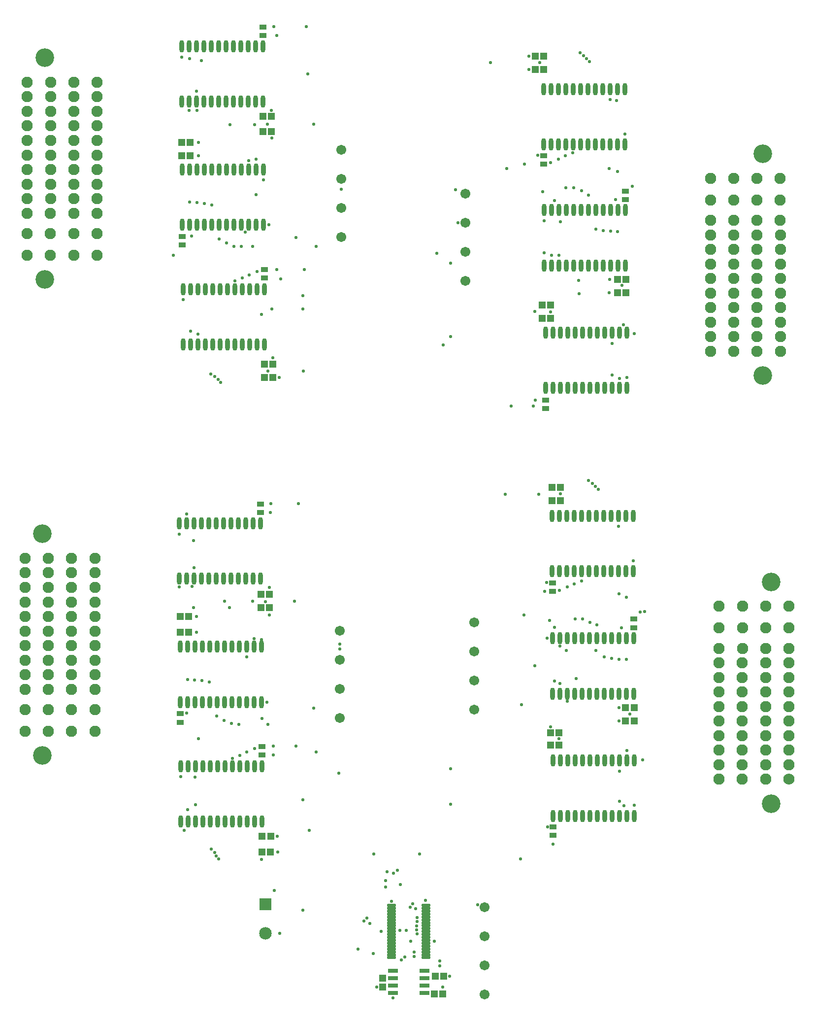
<source format=gts>
G04 Layer_Color=8388736*
%FSLAX25Y25*%
%MOIN*%
G70*
G01*
G75*
%ADD37R,0.04540X0.03556*%
%ADD38R,0.04540X0.04934*%
%ADD39O,0.06312X0.01981*%
%ADD40R,0.04737X0.05131*%
%ADD41R,0.06509X0.03162*%
%ADD42O,0.03162X0.08280*%
%ADD43R,0.05131X0.04737*%
%ADD44C,0.06706*%
%ADD45C,0.08477*%
%ADD46R,0.08477X0.08477*%
%ADD47C,0.07690*%
%ADD48C,0.12611*%
%ADD49O,0.07690X0.07300*%
%ADD50C,0.02300*%
D37*
X414000Y1063599D02*
D03*
Y1069307D02*
D03*
X412500Y740646D02*
D03*
Y746354D02*
D03*
X719500Y810354D02*
D03*
Y804646D02*
D03*
X714000Y1099901D02*
D03*
Y1094193D02*
D03*
X469500Y1046807D02*
D03*
Y1041098D02*
D03*
X468000Y724307D02*
D03*
Y718599D02*
D03*
X664500Y829193D02*
D03*
Y834902D02*
D03*
X658500Y1118193D02*
D03*
Y1123901D02*
D03*
X468500Y1210902D02*
D03*
Y1205193D02*
D03*
X467000Y888307D02*
D03*
Y882598D02*
D03*
X665000Y664146D02*
D03*
Y669854D02*
D03*
X660000Y952693D02*
D03*
Y958401D02*
D03*
D38*
X657634Y1022689D02*
D03*
X663342D02*
D03*
X663146Y733500D02*
D03*
X668854D02*
D03*
X413634Y1132689D02*
D03*
X419342D02*
D03*
X412646Y812000D02*
D03*
X418354D02*
D03*
X719733Y741622D02*
D03*
X714024D02*
D03*
X714366Y1031311D02*
D03*
X708657D02*
D03*
X469488Y982689D02*
D03*
X475197D02*
D03*
X468000Y663500D02*
D03*
X473709D02*
D03*
X664122Y899378D02*
D03*
X669830D02*
D03*
X658512Y1182311D02*
D03*
X652803D02*
D03*
X468646Y1150500D02*
D03*
X474354D02*
D03*
X467146Y827000D02*
D03*
X472854D02*
D03*
D39*
X555500Y616780D02*
D03*
Y614811D02*
D03*
Y612843D02*
D03*
Y610874D02*
D03*
Y608906D02*
D03*
Y606937D02*
D03*
Y604969D02*
D03*
Y603000D02*
D03*
Y601032D02*
D03*
Y599063D02*
D03*
Y597095D02*
D03*
Y595126D02*
D03*
Y593158D02*
D03*
Y591189D02*
D03*
Y589221D02*
D03*
Y587252D02*
D03*
Y585284D02*
D03*
Y583315D02*
D03*
Y581346D02*
D03*
X578728Y616780D02*
D03*
Y614811D02*
D03*
Y612843D02*
D03*
Y610874D02*
D03*
Y608906D02*
D03*
Y606937D02*
D03*
Y604969D02*
D03*
Y603000D02*
D03*
Y601032D02*
D03*
Y599063D02*
D03*
Y597095D02*
D03*
Y595126D02*
D03*
Y593158D02*
D03*
Y591189D02*
D03*
Y589221D02*
D03*
Y587252D02*
D03*
Y585284D02*
D03*
Y583315D02*
D03*
Y581346D02*
D03*
D40*
X590854Y568700D02*
D03*
X585146D02*
D03*
X419342Y1123689D02*
D03*
X413634D02*
D03*
X418354Y801500D02*
D03*
X412646D02*
D03*
X714024Y750622D02*
D03*
X719733D02*
D03*
X708657Y1040311D02*
D03*
X714366D02*
D03*
X475197Y973689D02*
D03*
X469488D02*
D03*
X473685Y652878D02*
D03*
X467976D02*
D03*
X669830Y890378D02*
D03*
X664122D02*
D03*
X652803Y1191311D02*
D03*
X658512D02*
D03*
X474354Y1140000D02*
D03*
X468646D02*
D03*
X472854Y818000D02*
D03*
X467146D02*
D03*
X668854Y725000D02*
D03*
X663146D02*
D03*
X663342Y1013689D02*
D03*
X657634D02*
D03*
X590354Y556800D02*
D03*
X584646D02*
D03*
D41*
X578028Y557400D02*
D03*
Y562400D02*
D03*
Y567400D02*
D03*
Y572400D02*
D03*
X556572Y557400D02*
D03*
Y562400D02*
D03*
Y567400D02*
D03*
Y572400D02*
D03*
D42*
X413988Y1076988D02*
D03*
X418988D02*
D03*
X423988D02*
D03*
X428988D02*
D03*
X433988D02*
D03*
X438988D02*
D03*
X443988D02*
D03*
X448988D02*
D03*
X453988D02*
D03*
X458988D02*
D03*
X463988D02*
D03*
X468988D02*
D03*
X413988Y1114390D02*
D03*
X418988D02*
D03*
X423988D02*
D03*
X428988D02*
D03*
X433988D02*
D03*
X438988D02*
D03*
X443988D02*
D03*
X448988D02*
D03*
X453988D02*
D03*
X458988D02*
D03*
X463988D02*
D03*
X468988D02*
D03*
X412500Y754299D02*
D03*
X417500D02*
D03*
X422500D02*
D03*
X427500D02*
D03*
X432500D02*
D03*
X437500D02*
D03*
X442500D02*
D03*
X447500D02*
D03*
X452500D02*
D03*
X457500D02*
D03*
X462500D02*
D03*
X467500D02*
D03*
X412500Y791701D02*
D03*
X417500D02*
D03*
X422500D02*
D03*
X427500D02*
D03*
X432500D02*
D03*
X437500D02*
D03*
X442500D02*
D03*
X447500D02*
D03*
X452500D02*
D03*
X457500D02*
D03*
X462500D02*
D03*
X467500D02*
D03*
X719378Y797323D02*
D03*
X714378D02*
D03*
X709378D02*
D03*
X704378D02*
D03*
X699378D02*
D03*
X694378D02*
D03*
X689378D02*
D03*
X684378D02*
D03*
X679378D02*
D03*
X674378D02*
D03*
X669378D02*
D03*
X664378D02*
D03*
X719378Y759922D02*
D03*
X714378D02*
D03*
X709378D02*
D03*
X704378D02*
D03*
X699378D02*
D03*
X694378D02*
D03*
X689378D02*
D03*
X684378D02*
D03*
X679378D02*
D03*
X674378D02*
D03*
X669378D02*
D03*
X664378D02*
D03*
X714012Y1087012D02*
D03*
X709012D02*
D03*
X704012D02*
D03*
X699012D02*
D03*
X694012D02*
D03*
X689012D02*
D03*
X684012D02*
D03*
X679012D02*
D03*
X674012D02*
D03*
X669012D02*
D03*
X664012D02*
D03*
X659012D02*
D03*
X714012Y1049610D02*
D03*
X709012D02*
D03*
X704012D02*
D03*
X699012D02*
D03*
X694012D02*
D03*
X689012D02*
D03*
X684012D02*
D03*
X679012D02*
D03*
X674012D02*
D03*
X669012D02*
D03*
X664012D02*
D03*
X659012D02*
D03*
X469512Y1033512D02*
D03*
X464512D02*
D03*
X459512D02*
D03*
X454512D02*
D03*
X449512D02*
D03*
X444512D02*
D03*
X439512D02*
D03*
X434512D02*
D03*
X429512D02*
D03*
X424512D02*
D03*
X419512D02*
D03*
X414512D02*
D03*
X469512Y996110D02*
D03*
X464512D02*
D03*
X459512D02*
D03*
X454512D02*
D03*
X449512D02*
D03*
X444512D02*
D03*
X439512D02*
D03*
X434512D02*
D03*
X429512D02*
D03*
X424512D02*
D03*
X419512D02*
D03*
X414512D02*
D03*
X467876Y710726D02*
D03*
X462876D02*
D03*
X457876D02*
D03*
X452876D02*
D03*
X447876D02*
D03*
X442876D02*
D03*
X437876D02*
D03*
X432876D02*
D03*
X427876D02*
D03*
X422876D02*
D03*
X417876D02*
D03*
X412876D02*
D03*
X467876Y673324D02*
D03*
X462876D02*
D03*
X457876D02*
D03*
X452876D02*
D03*
X447876D02*
D03*
X442876D02*
D03*
X437876D02*
D03*
X432876D02*
D03*
X427876D02*
D03*
X422876D02*
D03*
X417876D02*
D03*
X412876D02*
D03*
X664354Y842799D02*
D03*
X669354D02*
D03*
X674354D02*
D03*
X679354D02*
D03*
X684354D02*
D03*
X689354D02*
D03*
X694354D02*
D03*
X699354D02*
D03*
X704354D02*
D03*
X709354D02*
D03*
X714354D02*
D03*
X719354D02*
D03*
X664354Y880201D02*
D03*
X669354D02*
D03*
X674354D02*
D03*
X679354D02*
D03*
X684354D02*
D03*
X689354D02*
D03*
X694354D02*
D03*
X699354D02*
D03*
X704354D02*
D03*
X709354D02*
D03*
X714354D02*
D03*
X719354D02*
D03*
X658488Y1131488D02*
D03*
X663488D02*
D03*
X668488D02*
D03*
X673488D02*
D03*
X678488D02*
D03*
X683488D02*
D03*
X688488D02*
D03*
X693488D02*
D03*
X698488D02*
D03*
X703488D02*
D03*
X708488D02*
D03*
X713488D02*
D03*
X658488Y1168890D02*
D03*
X663488D02*
D03*
X668488D02*
D03*
X673488D02*
D03*
X678488D02*
D03*
X683488D02*
D03*
X688488D02*
D03*
X693488D02*
D03*
X698488D02*
D03*
X703488D02*
D03*
X708488D02*
D03*
X713488D02*
D03*
X468512Y1197811D02*
D03*
X463512D02*
D03*
X458512D02*
D03*
X453512D02*
D03*
X448512D02*
D03*
X443512D02*
D03*
X438512D02*
D03*
X433512D02*
D03*
X428512D02*
D03*
X423512D02*
D03*
X418512D02*
D03*
X413512D02*
D03*
X468512Y1160410D02*
D03*
X463512D02*
D03*
X458512D02*
D03*
X453512D02*
D03*
X448512D02*
D03*
X443512D02*
D03*
X438512D02*
D03*
X433512D02*
D03*
X428512D02*
D03*
X423512D02*
D03*
X418512D02*
D03*
X413512D02*
D03*
X412000Y837799D02*
D03*
X417000D02*
D03*
X422000D02*
D03*
X427000D02*
D03*
X432000D02*
D03*
X437000D02*
D03*
X442000D02*
D03*
X447000D02*
D03*
X452000D02*
D03*
X457000D02*
D03*
X462000D02*
D03*
X467000D02*
D03*
X412000Y875201D02*
D03*
X417000D02*
D03*
X422000D02*
D03*
X427000D02*
D03*
X432000D02*
D03*
X437000D02*
D03*
X442000D02*
D03*
X447000D02*
D03*
X452000D02*
D03*
X457000D02*
D03*
X462000D02*
D03*
X467000D02*
D03*
X665000Y677299D02*
D03*
X670000D02*
D03*
X675000D02*
D03*
X680000D02*
D03*
X685000D02*
D03*
X690000D02*
D03*
X695000D02*
D03*
X700000D02*
D03*
X705000D02*
D03*
X710000D02*
D03*
X715000D02*
D03*
X720000D02*
D03*
X665000Y714701D02*
D03*
X670000D02*
D03*
X675000D02*
D03*
X680000D02*
D03*
X685000D02*
D03*
X690000D02*
D03*
X695000D02*
D03*
X700000D02*
D03*
X705000D02*
D03*
X710000D02*
D03*
X715000D02*
D03*
X720000D02*
D03*
X714988Y1004090D02*
D03*
X709988D02*
D03*
X704988D02*
D03*
X699988D02*
D03*
X694988D02*
D03*
X689988D02*
D03*
X684988D02*
D03*
X679988D02*
D03*
X674988D02*
D03*
X669988D02*
D03*
X664988D02*
D03*
X659988D02*
D03*
X714988Y966689D02*
D03*
X709988D02*
D03*
X704988D02*
D03*
X699988D02*
D03*
X694988D02*
D03*
X689988D02*
D03*
X684988D02*
D03*
X679988D02*
D03*
X674988D02*
D03*
X669988D02*
D03*
X664988D02*
D03*
X659988D02*
D03*
D43*
X549700Y561646D02*
D03*
Y567354D02*
D03*
D44*
X521500Y1068815D02*
D03*
Y1088500D02*
D03*
Y1108185D02*
D03*
Y1127870D02*
D03*
X520500Y743500D02*
D03*
Y763185D02*
D03*
Y782870D02*
D03*
Y802555D02*
D03*
X611500Y808185D02*
D03*
Y788500D02*
D03*
Y768815D02*
D03*
Y749130D02*
D03*
X605500Y1098185D02*
D03*
Y1078500D02*
D03*
Y1058815D02*
D03*
Y1039130D02*
D03*
X618500Y615500D02*
D03*
Y595815D02*
D03*
Y576130D02*
D03*
Y556445D02*
D03*
D45*
X470100Y597858D02*
D03*
D46*
Y617543D02*
D03*
D47*
X818712Y991488D02*
D03*
Y1001331D02*
D03*
Y1011173D02*
D03*
Y1021016D02*
D03*
Y1030858D02*
D03*
Y1040701D02*
D03*
Y1050543D02*
D03*
Y1060386D02*
D03*
Y1070228D02*
D03*
X802964Y991488D02*
D03*
Y1001331D02*
D03*
Y1011173D02*
D03*
Y1021016D02*
D03*
Y1030858D02*
D03*
Y1040701D02*
D03*
Y1050543D02*
D03*
Y1060386D02*
D03*
Y1070228D02*
D03*
X787216Y991488D02*
D03*
Y1001331D02*
D03*
Y1011173D02*
D03*
Y1021016D02*
D03*
Y1030858D02*
D03*
Y1040701D02*
D03*
Y1050543D02*
D03*
Y1060386D02*
D03*
Y1070228D02*
D03*
X771468Y991488D02*
D03*
Y1001331D02*
D03*
Y1011173D02*
D03*
Y1021016D02*
D03*
Y1030858D02*
D03*
Y1040701D02*
D03*
Y1050543D02*
D03*
Y1060386D02*
D03*
Y1070228D02*
D03*
X818700Y1093900D02*
D03*
X803000D02*
D03*
X787300D02*
D03*
X771500D02*
D03*
X818700Y1108500D02*
D03*
X803000D02*
D03*
X787300D02*
D03*
X771500D02*
D03*
Y1080100D02*
D03*
X787300D02*
D03*
X803000D02*
D03*
X818700D02*
D03*
X824488Y790612D02*
D03*
X808788D02*
D03*
X793088D02*
D03*
X777288D02*
D03*
Y819012D02*
D03*
X793088D02*
D03*
X808788D02*
D03*
X824488D02*
D03*
X777288Y804412D02*
D03*
X793088D02*
D03*
X808788D02*
D03*
X824488D02*
D03*
X777256Y780740D02*
D03*
Y770898D02*
D03*
Y761055D02*
D03*
Y751213D02*
D03*
Y741370D02*
D03*
Y731528D02*
D03*
Y721685D02*
D03*
Y711843D02*
D03*
Y702000D02*
D03*
X793004Y780740D02*
D03*
Y770898D02*
D03*
Y761055D02*
D03*
Y751213D02*
D03*
Y741370D02*
D03*
Y731528D02*
D03*
Y721685D02*
D03*
Y711843D02*
D03*
Y702000D02*
D03*
X808752Y780740D02*
D03*
Y770898D02*
D03*
Y761055D02*
D03*
Y751213D02*
D03*
Y741370D02*
D03*
Y731528D02*
D03*
Y721685D02*
D03*
Y711843D02*
D03*
Y702000D02*
D03*
X824500Y780740D02*
D03*
Y770898D02*
D03*
Y761055D02*
D03*
Y751213D02*
D03*
Y741370D02*
D03*
Y731528D02*
D03*
Y721685D02*
D03*
Y711843D02*
D03*
X307500Y851500D02*
D03*
Y841657D02*
D03*
Y831815D02*
D03*
Y821972D02*
D03*
Y812130D02*
D03*
Y802287D02*
D03*
Y792445D02*
D03*
Y782602D02*
D03*
Y772760D02*
D03*
X323248Y851500D02*
D03*
Y841657D02*
D03*
Y831815D02*
D03*
Y821972D02*
D03*
Y812130D02*
D03*
Y802287D02*
D03*
Y792445D02*
D03*
Y782602D02*
D03*
Y772760D02*
D03*
X338996Y851500D02*
D03*
Y841657D02*
D03*
Y831815D02*
D03*
Y821972D02*
D03*
Y812130D02*
D03*
Y802287D02*
D03*
Y792445D02*
D03*
Y782602D02*
D03*
Y772760D02*
D03*
X354744Y851500D02*
D03*
Y841657D02*
D03*
Y831815D02*
D03*
Y821972D02*
D03*
Y812130D02*
D03*
Y802287D02*
D03*
Y792445D02*
D03*
Y782602D02*
D03*
Y772760D02*
D03*
X307512Y749088D02*
D03*
X323212D02*
D03*
X338912D02*
D03*
X354712D02*
D03*
X307512Y734488D02*
D03*
X323212D02*
D03*
X338912D02*
D03*
X354712D02*
D03*
Y762888D02*
D03*
X338912D02*
D03*
X323212D02*
D03*
X307512D02*
D03*
X309000Y1084900D02*
D03*
X324700D02*
D03*
X340400D02*
D03*
X356200D02*
D03*
Y1056500D02*
D03*
X340400D02*
D03*
X324700D02*
D03*
X309000D02*
D03*
X356200Y1071100D02*
D03*
X340400D02*
D03*
X324700D02*
D03*
X309000D02*
D03*
X356232Y1094772D02*
D03*
Y1104614D02*
D03*
Y1114457D02*
D03*
Y1124299D02*
D03*
Y1134142D02*
D03*
Y1143984D02*
D03*
Y1153827D02*
D03*
Y1163669D02*
D03*
Y1173512D02*
D03*
X340484Y1094772D02*
D03*
Y1104614D02*
D03*
Y1114457D02*
D03*
Y1124299D02*
D03*
Y1134142D02*
D03*
Y1143984D02*
D03*
Y1153827D02*
D03*
Y1163669D02*
D03*
Y1173512D02*
D03*
X324736Y1094772D02*
D03*
Y1104614D02*
D03*
Y1114457D02*
D03*
Y1124299D02*
D03*
Y1134142D02*
D03*
Y1143984D02*
D03*
Y1153827D02*
D03*
Y1163669D02*
D03*
Y1173512D02*
D03*
X308988Y1094772D02*
D03*
Y1104614D02*
D03*
Y1114457D02*
D03*
Y1124299D02*
D03*
Y1134142D02*
D03*
Y1143984D02*
D03*
Y1153827D02*
D03*
Y1163669D02*
D03*
Y1173512D02*
D03*
D48*
X806900Y1125000D02*
D03*
Y975000D02*
D03*
X812688Y685512D02*
D03*
Y835512D02*
D03*
X319312Y717988D02*
D03*
Y867988D02*
D03*
X320800Y1190000D02*
D03*
Y1040000D02*
D03*
D49*
X824500Y702000D02*
D03*
D50*
X668854Y729400D02*
D03*
X472800Y831800D02*
D03*
X470300Y822300D02*
D03*
X478300Y663500D02*
D03*
X478700Y652800D02*
D03*
X467500Y647700D02*
D03*
X643400Y752500D02*
D03*
X652700Y778700D02*
D03*
X543200Y584300D02*
D03*
X480000Y597800D02*
D03*
X412876Y703924D02*
D03*
X422876Y684724D02*
D03*
X543700Y651500D02*
D03*
X574600Y651400D02*
D03*
X532900Y587280D02*
D03*
X417500Y681500D02*
D03*
X500000Y667500D02*
D03*
X504500Y720500D02*
D03*
X502815Y750315D02*
D03*
X495500Y688000D02*
D03*
X520000Y706000D02*
D03*
X412000Y832000D02*
D03*
X421500Y818000D02*
D03*
X446000Y818000D02*
D03*
X467500Y796500D02*
D03*
X420500Y832500D02*
D03*
X462500Y797000D02*
D03*
X474500Y1020000D02*
D03*
X495500D02*
D03*
Y1029000D02*
D03*
X504500Y1062500D02*
D03*
X427000Y1188000D02*
D03*
X499000Y1179000D02*
D03*
X467500Y1016600D02*
D03*
X480500Y1040500D02*
D03*
X491000Y1068500D02*
D03*
X419000Y1189500D02*
D03*
X521500Y1101000D02*
D03*
X408000Y1056500D02*
D03*
X418500Y1154500D02*
D03*
X468988Y1107488D02*
D03*
X419500Y1005000D02*
D03*
X464500Y1045500D02*
D03*
X456500Y1072000D02*
D03*
X463988Y1097488D02*
D03*
X424000Y1154500D02*
D03*
X463988Y1121512D02*
D03*
X643000Y648000D02*
D03*
X665000Y658000D02*
D03*
X663146Y737354D02*
D03*
X717000Y746000D02*
D03*
X680000Y810500D02*
D03*
X685000D02*
D03*
X694500Y806500D02*
D03*
X689878Y808000D02*
D03*
X659095Y829095D02*
D03*
X632378Y894878D02*
D03*
X655122D02*
D03*
X636500Y954500D02*
D03*
X651500D02*
D03*
X652500Y1018500D02*
D03*
X711500Y1036000D02*
D03*
X622689Y1186811D02*
D03*
X655811D02*
D03*
X595500Y1051000D02*
D03*
Y1001500D02*
D03*
Y709000D02*
D03*
Y685000D02*
D03*
X559400Y640500D02*
D03*
X476300Y626700D02*
D03*
X490906Y724406D02*
D03*
X475406D02*
D03*
X461500Y822500D02*
D03*
X442500D02*
D03*
X490000D02*
D03*
X492406Y888406D02*
D03*
X473906D02*
D03*
X496000Y978000D02*
D03*
X472000D02*
D03*
X496406Y1046906D02*
D03*
X477906D02*
D03*
X462866Y1144866D02*
D03*
X446366D02*
D03*
X503000Y1145000D02*
D03*
X471500D02*
D03*
X498000Y1211000D02*
D03*
X476000D02*
D03*
X555500Y619500D02*
D03*
X495500Y613500D02*
D03*
X557000Y638500D02*
D03*
X552500Y639500D02*
D03*
X551500Y633500D02*
D03*
Y629000D02*
D03*
X475500Y718500D02*
D03*
X473500Y882500D02*
D03*
X572000Y614500D02*
D03*
X569950Y617950D02*
D03*
X568150Y615500D02*
D03*
X660500Y835000D02*
D03*
X711047Y804547D02*
D03*
X661047Y669953D02*
D03*
X541000Y604500D02*
D03*
X538800Y608200D02*
D03*
X537000Y606000D02*
D03*
X653000Y958500D02*
D03*
X654500Y1124000D02*
D03*
X707094Y1094094D02*
D03*
X477905Y1205095D02*
D03*
X420094Y1069406D02*
D03*
X416953Y746953D02*
D03*
X683200Y1193500D02*
D03*
X685700Y1191500D02*
D03*
X687700Y1189500D02*
D03*
X689700Y1187500D02*
D03*
X693848Y1074274D02*
D03*
X698848Y1073274D02*
D03*
X703848Y1072774D02*
D03*
X708700Y1072500D02*
D03*
X684090Y1100017D02*
D03*
X688848Y1097274D02*
D03*
X678855Y1102267D02*
D03*
X663348Y1119274D02*
D03*
X668586Y1121536D02*
D03*
X673336Y1123786D02*
D03*
X678336Y1125786D02*
D03*
X688988Y904012D02*
D03*
X691488Y902012D02*
D03*
X693488Y900012D02*
D03*
X695488Y898012D02*
D03*
X699636Y784786D02*
D03*
X704636Y783786D02*
D03*
X709636Y783286D02*
D03*
X714488Y783012D02*
D03*
X669136Y829786D02*
D03*
X674374Y832048D02*
D03*
X679124Y834298D02*
D03*
X447876Y716202D02*
D03*
X452876Y718202D02*
D03*
X457626Y720452D02*
D03*
X462864Y722714D02*
D03*
X447357Y739721D02*
D03*
X437364Y744714D02*
D03*
X442122Y741971D02*
D03*
X452364Y739214D02*
D03*
X417512Y769488D02*
D03*
X422364Y769214D02*
D03*
X427364Y768714D02*
D03*
X432364Y767714D02*
D03*
X448993Y1062507D02*
D03*
X443757Y1064757D02*
D03*
X439000Y1067500D02*
D03*
X434000Y1090500D02*
D03*
X429000Y1091500D02*
D03*
X424000Y1092000D02*
D03*
X419000Y1092500D02*
D03*
X449512Y1038988D02*
D03*
X454512Y1040988D02*
D03*
X459262Y1043238D02*
D03*
X548563Y599063D02*
D03*
X520500Y790000D02*
D03*
Y793500D02*
D03*
X417000Y881500D02*
D03*
X467810Y743190D02*
D03*
X425000Y729500D02*
D03*
X421500Y863500D02*
D03*
X472000Y739000D02*
D03*
X422500Y703500D02*
D03*
X658000Y1099500D02*
D03*
X703000Y1115000D02*
D03*
X666000Y1093500D02*
D03*
X708500Y1113000D02*
D03*
X659012Y1057988D02*
D03*
X720000Y1003500D02*
D03*
X712500Y1009500D02*
D03*
X704988Y975512D02*
D03*
X682500Y1030500D02*
D03*
X664012Y1056488D02*
D03*
X670000Y1079000D02*
D03*
X708000Y1161000D02*
D03*
X718500Y1103000D02*
D03*
X684124Y836298D02*
D03*
X709500Y827500D02*
D03*
X714500Y825000D02*
D03*
X666000Y768500D02*
D03*
X725500Y715000D02*
D03*
X669378Y766878D02*
D03*
X715000Y721500D02*
D03*
X710000Y687000D02*
D03*
X674000Y789000D02*
D03*
X713000Y684000D02*
D03*
X669500Y792000D02*
D03*
X727000Y815500D02*
D03*
X680500Y770000D02*
D03*
X694000Y789000D02*
D03*
X724000Y815000D02*
D03*
X424803Y1123689D02*
D03*
Y1132689D02*
D03*
X471228Y754299D02*
D03*
X457500Y784700D02*
D03*
X423500Y812000D02*
D03*
X423400Y801500D02*
D03*
X472854Y813200D02*
D03*
X422000Y845300D02*
D03*
X412000Y867800D02*
D03*
X424512Y1003312D02*
D03*
X414512Y1026412D02*
D03*
X475197Y987103D02*
D03*
X479511Y973689D02*
D03*
X472488Y1076988D02*
D03*
X458988Y1120488D02*
D03*
X423512Y1167588D02*
D03*
X413512Y1190488D02*
D03*
X474600Y1135800D02*
D03*
X474354Y1154454D02*
D03*
X703488Y1161812D02*
D03*
X713488Y1138612D02*
D03*
X648411Y1182311D02*
D03*
X648589Y1191311D02*
D03*
X669012Y1056588D02*
D03*
X659012Y1079688D02*
D03*
X703100Y1040200D02*
D03*
X702889Y1031311D02*
D03*
X663342Y1018100D02*
D03*
X704988Y996912D02*
D03*
X714988Y973688D02*
D03*
X669830Y895000D02*
D03*
X719354Y849746D02*
D03*
X709354Y873254D02*
D03*
X661023Y797323D02*
D03*
X674378Y754878D02*
D03*
X709622Y750622D02*
D03*
Y741622D02*
D03*
X710000Y707600D02*
D03*
X720000Y684400D02*
D03*
X600400Y1078500D02*
D03*
X586200Y1057800D02*
D03*
X590500Y995700D02*
D03*
X709800Y973100D02*
D03*
X682200Y1039400D02*
D03*
X673600Y1102000D02*
D03*
X454000Y1062500D02*
D03*
X461500Y1062600D02*
D03*
X665796Y804800D02*
D03*
X662500Y809500D02*
D03*
X645200Y813200D02*
D03*
X545400Y561591D02*
D03*
X556572Y554128D02*
D03*
X590354Y561346D02*
D03*
X594800Y568700D02*
D03*
X578500Y620300D02*
D03*
X572663Y602937D02*
D03*
X572800Y605700D02*
D03*
X572700Y600100D02*
D03*
X572800Y608400D02*
D03*
X572750Y597400D02*
D03*
X613800Y617300D02*
D03*
X588200Y579300D02*
D03*
Y575800D02*
D03*
X633500Y1115000D02*
D03*
X598800Y1100900D02*
D03*
X561600Y630900D02*
D03*
X433546Y654754D02*
D03*
X435900Y652600D02*
D03*
X436721Y650100D02*
D03*
X438600Y648000D02*
D03*
X415100Y667500D02*
D03*
X433300Y976300D02*
D03*
X438300Y972600D02*
D03*
X439800Y970400D02*
D03*
X436000Y974600D02*
D03*
X645594Y1118094D02*
D03*
X562200Y579700D02*
D03*
X564600Y581700D02*
D03*
X571000Y582300D02*
D03*
Y585200D02*
D03*
X561300Y599900D02*
D03*
X568600Y592600D02*
D03*
X584500D02*
D03*
X565700Y599700D02*
D03*
M02*

</source>
